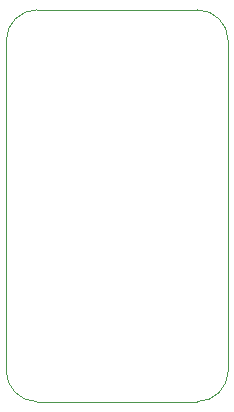
<source format=gm1>
%TF.GenerationSoftware,KiCad,Pcbnew,7.0.5*%
%TF.CreationDate,2024-01-27T16:37:14+02:00*%
%TF.ProjectId,Sound Address Decode,536f756e-6420-4416-9464-726573732044,rev?*%
%TF.SameCoordinates,Original*%
%TF.FileFunction,Profile,NP*%
%FSLAX46Y46*%
G04 Gerber Fmt 4.6, Leading zero omitted, Abs format (unit mm)*
G04 Created by KiCad (PCBNEW 7.0.5) date 2024-01-27 16:37:14*
%MOMM*%
%LPD*%
G01*
G04 APERTURE LIST*
%TA.AperFunction,Profile*%
%ADD10C,0.100000*%
%TD*%
G04 APERTURE END LIST*
D10*
%TO.C,J1*%
X87122000Y-86360000D02*
X87122000Y-58420000D01*
X89735732Y-55806268D02*
X103304267Y-55806267D01*
X103304268Y-88973732D02*
X89735733Y-88973733D01*
X105918000Y-86360000D02*
X105917999Y-58419999D01*
X89735732Y-55806268D02*
G75*
G03*
X87122000Y-58420000I-1J-2613731D01*
G01*
X87122000Y-86360000D02*
G75*
G03*
X89735733Y-88973733I2613727J-6D01*
G01*
X105917993Y-58419999D02*
G75*
G03*
X103304267Y-55806267I-2613733J-1D01*
G01*
X103304268Y-88973730D02*
G75*
G03*
X105918000Y-86360000I2J2613730D01*
G01*
%TD*%
M02*

</source>
